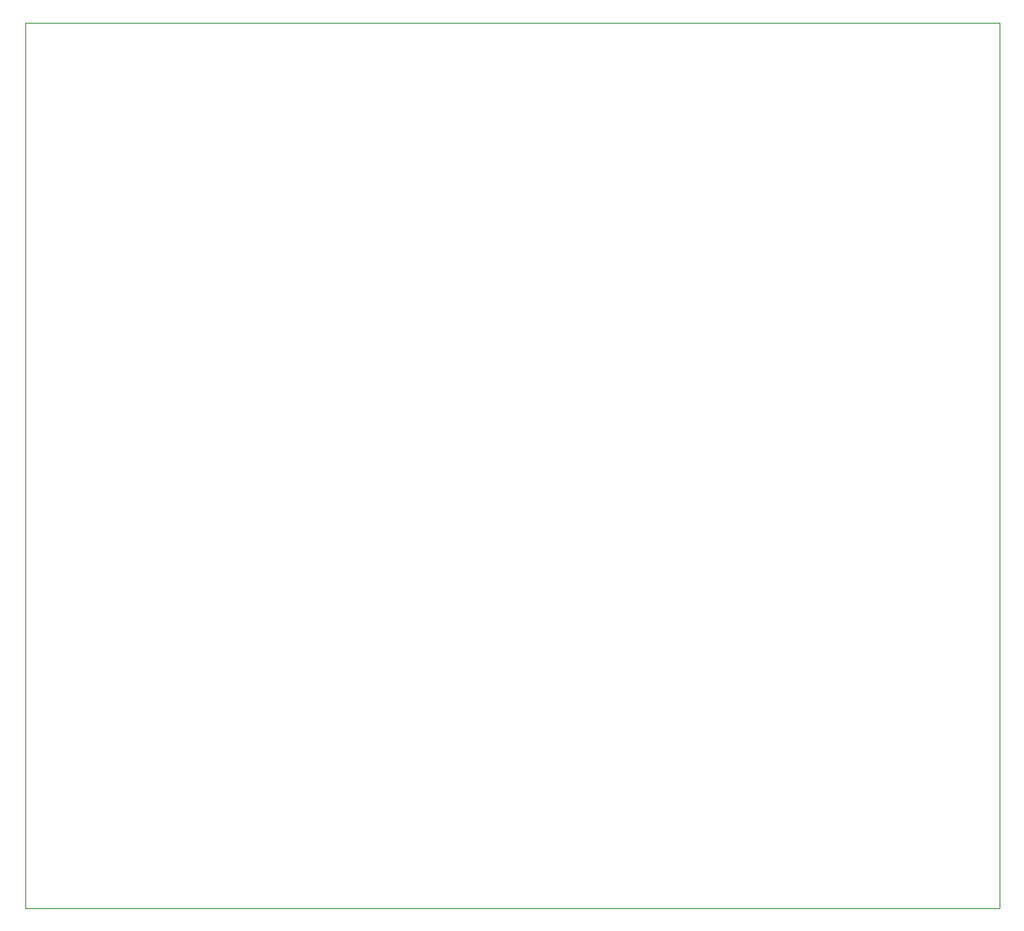
<source format=gbr>
%TF.GenerationSoftware,Novarm,DipTrace,4.3.0.4*%
%TF.CreationDate,2023-02-28T02:37:32+01:00*%
%FSLAX26Y26*%
%MOIN*%
%TF.FileFunction,Profile*%
%TF.Part,Single*%
%ADD10C,0.004724*%
G75*
G01*
%LPD*%
X0Y3500000D2*
D10*
X3850000D1*
Y0D1*
X0D1*
Y3500000D1*
M02*

</source>
